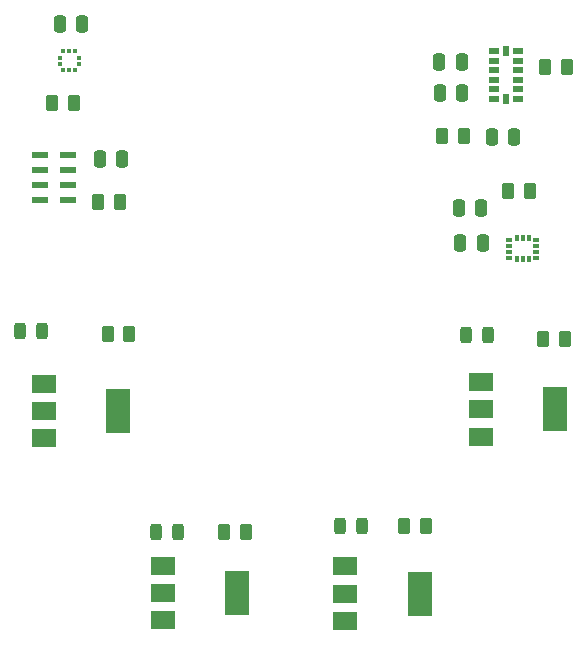
<source format=gbr>
%TF.GenerationSoftware,KiCad,Pcbnew,7.0.7*%
%TF.CreationDate,2024-02-10T01:20:28+05:30*%
%TF.ProjectId,Sensor_Stack,53656e73-6f72-45f5-9374-61636b2e6b69,rev?*%
%TF.SameCoordinates,Original*%
%TF.FileFunction,Paste,Top*%
%TF.FilePolarity,Positive*%
%FSLAX46Y46*%
G04 Gerber Fmt 4.6, Leading zero omitted, Abs format (unit mm)*
G04 Created by KiCad (PCBNEW 7.0.7) date 2024-02-10 01:20:28*
%MOMM*%
%LPD*%
G01*
G04 APERTURE LIST*
G04 Aperture macros list*
%AMRoundRect*
0 Rectangle with rounded corners*
0 $1 Rounding radius*
0 $2 $3 $4 $5 $6 $7 $8 $9 X,Y pos of 4 corners*
0 Add a 4 corners polygon primitive as box body*
4,1,4,$2,$3,$4,$5,$6,$7,$8,$9,$2,$3,0*
0 Add four circle primitives for the rounded corners*
1,1,$1+$1,$2,$3*
1,1,$1+$1,$4,$5*
1,1,$1+$1,$6,$7*
1,1,$1+$1,$8,$9*
0 Add four rect primitives between the rounded corners*
20,1,$1+$1,$2,$3,$4,$5,0*
20,1,$1+$1,$4,$5,$6,$7,0*
20,1,$1+$1,$6,$7,$8,$9,0*
20,1,$1+$1,$8,$9,$2,$3,0*%
G04 Aperture macros list end*
%ADD10RoundRect,0.250000X0.250000X0.475000X-0.250000X0.475000X-0.250000X-0.475000X0.250000X-0.475000X0*%
%ADD11R,0.610000X0.350000*%
%ADD12R,0.350000X0.610000*%
%ADD13RoundRect,0.243750X0.243750X0.456250X-0.243750X0.456250X-0.243750X-0.456250X0.243750X-0.456250X0*%
%ADD14R,0.400000X0.300000*%
%ADD15R,0.300000X0.400000*%
%ADD16RoundRect,0.250000X-0.262500X-0.450000X0.262500X-0.450000X0.262500X0.450000X-0.262500X0.450000X0*%
%ADD17R,2.000000X1.500000*%
%ADD18R,2.000000X3.800000*%
%ADD19RoundRect,0.250000X-0.250000X-0.475000X0.250000X-0.475000X0.250000X0.475000X-0.250000X0.475000X0*%
%ADD20R,0.920000X0.610000*%
%ADD21R,0.610000X0.920000*%
%ADD22RoundRect,0.250000X0.262500X0.450000X-0.262500X0.450000X-0.262500X-0.450000X0.262500X-0.450000X0*%
%ADD23RoundRect,0.021200X-0.633800X-0.243800X0.633800X-0.243800X0.633800X0.243800X-0.633800X0.243800X0*%
G04 APERTURE END LIST*
D10*
%TO.C,C6*%
X141716800Y-74168000D03*
X139816800Y-74168000D03*
%TD*%
%TO.C,C4*%
X140091200Y-64414400D03*
X138191200Y-64414400D03*
%TD*%
D11*
%TO.C,U5*%
X144068800Y-76825600D03*
X144068800Y-77325600D03*
X144068800Y-77825600D03*
X144068800Y-78325600D03*
D12*
X144728800Y-78485600D03*
X145228800Y-78485600D03*
X145728800Y-78485600D03*
D11*
X146388800Y-78325600D03*
X146388800Y-77825600D03*
X146388800Y-77325600D03*
X146388800Y-76825600D03*
D12*
X145728800Y-76665600D03*
X145228800Y-76665600D03*
X144728800Y-76665600D03*
%TD*%
D13*
%TO.C,LED_LSM*%
X131622800Y-101066600D03*
X129747800Y-101066600D03*
%TD*%
D14*
%TO.C,U2*%
X106032400Y-61421200D03*
X106032400Y-61921200D03*
D15*
X106332400Y-62471200D03*
X106832400Y-62471200D03*
X107332400Y-62471200D03*
D14*
X107632400Y-61921200D03*
X107632400Y-61421200D03*
D15*
X107332400Y-60871200D03*
X106832400Y-60871200D03*
X106332400Y-60871200D03*
%TD*%
D16*
%TO.C,R4*%
X147118700Y-62230000D03*
X148943700Y-62230000D03*
%TD*%
D13*
%TO.C,LED_ADXL*%
X116075700Y-101523800D03*
X114200700Y-101523800D03*
%TD*%
D16*
%TO.C,R2*%
X105411900Y-65278000D03*
X107236900Y-65278000D03*
%TD*%
D10*
%TO.C,C2*%
X107934800Y-58521600D03*
X106034800Y-58521600D03*
%TD*%
D13*
%TO.C,LED_LPS22*%
X142263500Y-84886800D03*
X140388500Y-84886800D03*
%TD*%
D16*
%TO.C,R1*%
X109272700Y-73629200D03*
X111097700Y-73629200D03*
%TD*%
%TO.C,R3*%
X138421100Y-68072000D03*
X140246100Y-68072000D03*
%TD*%
%TO.C,R9*%
X135180700Y-101066600D03*
X137005700Y-101066600D03*
%TD*%
D17*
%TO.C,Q2*%
X141680800Y-88886000D03*
X141680800Y-91186000D03*
D18*
X147980800Y-91186000D03*
D17*
X141680800Y-93486000D03*
%TD*%
%TO.C,Q4*%
X130200000Y-104481600D03*
X130200000Y-106781600D03*
D18*
X136500000Y-106781600D03*
D17*
X130200000Y-109081600D03*
%TD*%
D13*
%TO.C,LED_MS5607*%
X104518700Y-84582000D03*
X102643700Y-84582000D03*
%TD*%
D16*
%TO.C,R6*%
X110085500Y-84785200D03*
X111910500Y-84785200D03*
%TD*%
D19*
%TO.C,C5*%
X142600000Y-68122800D03*
X144500000Y-68122800D03*
%TD*%
D16*
%TO.C,R7*%
X146966700Y-85228400D03*
X148791700Y-85228400D03*
%TD*%
D17*
%TO.C,Q3*%
X114756800Y-104430800D03*
X114756800Y-106730800D03*
D18*
X121056800Y-106730800D03*
D17*
X114756800Y-109030800D03*
%TD*%
D20*
%TO.C,U4*%
X142788000Y-60871600D03*
X142788000Y-61671600D03*
X142788000Y-62471600D03*
X142788000Y-63271600D03*
X142788000Y-64071600D03*
X142788000Y-64871600D03*
D21*
X143798000Y-64881600D03*
D20*
X144808000Y-64871600D03*
X144808000Y-64071600D03*
X144808000Y-63271600D03*
X144808000Y-62471600D03*
X144808000Y-61671600D03*
X144808000Y-60871600D03*
D21*
X143798000Y-60861600D03*
%TD*%
D19*
%TO.C,C7*%
X139952400Y-77106400D03*
X141852400Y-77106400D03*
%TD*%
D10*
%TO.C,C1*%
X111338400Y-70002400D03*
X109438400Y-70002400D03*
%TD*%
%TO.C,C3*%
X140074400Y-61804800D03*
X138174400Y-61804800D03*
%TD*%
D17*
%TO.C,Q1*%
X104698400Y-89038400D03*
X104698400Y-91338400D03*
D18*
X110998400Y-91338400D03*
D17*
X104698400Y-93638400D03*
%TD*%
D22*
%TO.C,R5*%
X145844900Y-72694800D03*
X144019900Y-72694800D03*
%TD*%
D16*
%TO.C,R8*%
X119964200Y-101523800D03*
X121789200Y-101523800D03*
%TD*%
D23*
%TO.C,U1*%
X104330800Y-69686800D03*
X104330800Y-70936800D03*
X104330800Y-72186800D03*
X104330800Y-73436800D03*
X106730800Y-73436800D03*
X106730800Y-72186800D03*
X106730800Y-70936800D03*
X106730800Y-69686800D03*
%TD*%
M02*

</source>
